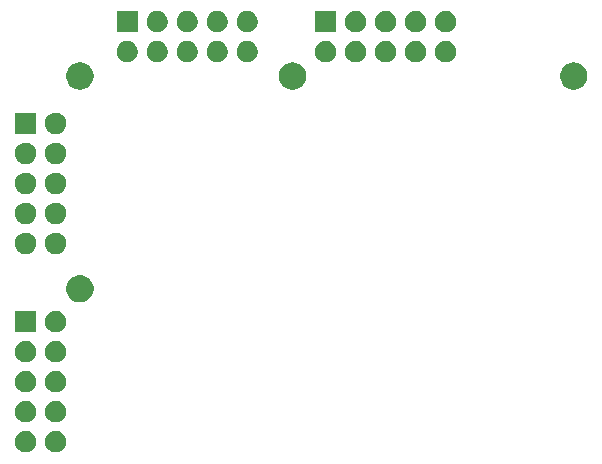
<source format=gbr>
G04 #@! TF.GenerationSoftware,KiCad,Pcbnew,5.1.5-52549c5~84~ubuntu16.04.1*
G04 #@! TF.CreationDate,2020-01-11T14:28:59-08:00*
G04 #@! TF.ProjectId,frame_corners,6672616d-655f-4636-9f72-6e6572732e6b,rev?*
G04 #@! TF.SameCoordinates,Original*
G04 #@! TF.FileFunction,Soldermask,Bot*
G04 #@! TF.FilePolarity,Negative*
%FSLAX46Y46*%
G04 Gerber Fmt 4.6, Leading zero omitted, Abs format (unit mm)*
G04 Created by KiCad (PCBNEW 5.1.5-52549c5~84~ubuntu16.04.1) date 2020-01-11 14:28:59*
%MOMM*%
%LPD*%
G04 APERTURE LIST*
%ADD10C,0.100000*%
G04 APERTURE END LIST*
D10*
G36*
X-398486488Y513936073D02*
G01*
X-398337188Y513906376D01*
X-398173216Y513838456D01*
X-398025646Y513739853D01*
X-397900147Y513614354D01*
X-397801544Y513466784D01*
X-397733624Y513302812D01*
X-397699000Y513128741D01*
X-397699000Y512951259D01*
X-397733624Y512777188D01*
X-397801544Y512613216D01*
X-397900147Y512465646D01*
X-398025646Y512340147D01*
X-398173216Y512241544D01*
X-398337188Y512173624D01*
X-398486488Y512143927D01*
X-398511258Y512139000D01*
X-398688742Y512139000D01*
X-398713512Y512143927D01*
X-398862812Y512173624D01*
X-399026784Y512241544D01*
X-399174354Y512340147D01*
X-399299853Y512465646D01*
X-399398456Y512613216D01*
X-399466376Y512777188D01*
X-399501000Y512951259D01*
X-399501000Y513128741D01*
X-399466376Y513302812D01*
X-399398456Y513466784D01*
X-399299853Y513614354D01*
X-399174354Y513739853D01*
X-399026784Y513838456D01*
X-398862812Y513906376D01*
X-398713512Y513936073D01*
X-398688742Y513941000D01*
X-398511258Y513941000D01*
X-398486488Y513936073D01*
G37*
G36*
X-395946488Y513936073D02*
G01*
X-395797188Y513906376D01*
X-395633216Y513838456D01*
X-395485646Y513739853D01*
X-395360147Y513614354D01*
X-395261544Y513466784D01*
X-395193624Y513302812D01*
X-395159000Y513128741D01*
X-395159000Y512951259D01*
X-395193624Y512777188D01*
X-395261544Y512613216D01*
X-395360147Y512465646D01*
X-395485646Y512340147D01*
X-395633216Y512241544D01*
X-395797188Y512173624D01*
X-395946488Y512143927D01*
X-395971258Y512139000D01*
X-396148742Y512139000D01*
X-396173512Y512143927D01*
X-396322812Y512173624D01*
X-396486784Y512241544D01*
X-396634354Y512340147D01*
X-396759853Y512465646D01*
X-396858456Y512613216D01*
X-396926376Y512777188D01*
X-396961000Y512951259D01*
X-396961000Y513128741D01*
X-396926376Y513302812D01*
X-396858456Y513466784D01*
X-396759853Y513614354D01*
X-396634354Y513739853D01*
X-396486784Y513838456D01*
X-396322812Y513906376D01*
X-396173512Y513936073D01*
X-396148742Y513941000D01*
X-395971258Y513941000D01*
X-395946488Y513936073D01*
G37*
G36*
X-395946488Y516476073D02*
G01*
X-395797188Y516446376D01*
X-395633216Y516378456D01*
X-395485646Y516279853D01*
X-395360147Y516154354D01*
X-395261544Y516006784D01*
X-395193624Y515842812D01*
X-395159000Y515668741D01*
X-395159000Y515491259D01*
X-395193624Y515317188D01*
X-395261544Y515153216D01*
X-395360147Y515005646D01*
X-395485646Y514880147D01*
X-395633216Y514781544D01*
X-395797188Y514713624D01*
X-395946488Y514683927D01*
X-395971258Y514679000D01*
X-396148742Y514679000D01*
X-396173512Y514683927D01*
X-396322812Y514713624D01*
X-396486784Y514781544D01*
X-396634354Y514880147D01*
X-396759853Y515005646D01*
X-396858456Y515153216D01*
X-396926376Y515317188D01*
X-396961000Y515491259D01*
X-396961000Y515668741D01*
X-396926376Y515842812D01*
X-396858456Y516006784D01*
X-396759853Y516154354D01*
X-396634354Y516279853D01*
X-396486784Y516378456D01*
X-396322812Y516446376D01*
X-396173512Y516476073D01*
X-396148742Y516481000D01*
X-395971258Y516481000D01*
X-395946488Y516476073D01*
G37*
G36*
X-398486488Y516476073D02*
G01*
X-398337188Y516446376D01*
X-398173216Y516378456D01*
X-398025646Y516279853D01*
X-397900147Y516154354D01*
X-397801544Y516006784D01*
X-397733624Y515842812D01*
X-397699000Y515668741D01*
X-397699000Y515491259D01*
X-397733624Y515317188D01*
X-397801544Y515153216D01*
X-397900147Y515005646D01*
X-398025646Y514880147D01*
X-398173216Y514781544D01*
X-398337188Y514713624D01*
X-398486488Y514683927D01*
X-398511258Y514679000D01*
X-398688742Y514679000D01*
X-398713512Y514683927D01*
X-398862812Y514713624D01*
X-399026784Y514781544D01*
X-399174354Y514880147D01*
X-399299853Y515005646D01*
X-399398456Y515153216D01*
X-399466376Y515317188D01*
X-399501000Y515491259D01*
X-399501000Y515668741D01*
X-399466376Y515842812D01*
X-399398456Y516006784D01*
X-399299853Y516154354D01*
X-399174354Y516279853D01*
X-399026784Y516378456D01*
X-398862812Y516446376D01*
X-398713512Y516476073D01*
X-398688742Y516481000D01*
X-398511258Y516481000D01*
X-398486488Y516476073D01*
G37*
G36*
X-395946488Y519016073D02*
G01*
X-395797188Y518986376D01*
X-395633216Y518918456D01*
X-395485646Y518819853D01*
X-395360147Y518694354D01*
X-395261544Y518546784D01*
X-395193624Y518382812D01*
X-395159000Y518208741D01*
X-395159000Y518031259D01*
X-395193624Y517857188D01*
X-395261544Y517693216D01*
X-395360147Y517545646D01*
X-395485646Y517420147D01*
X-395633216Y517321544D01*
X-395797188Y517253624D01*
X-395946488Y517223927D01*
X-395971258Y517219000D01*
X-396148742Y517219000D01*
X-396173512Y517223927D01*
X-396322812Y517253624D01*
X-396486784Y517321544D01*
X-396634354Y517420147D01*
X-396759853Y517545646D01*
X-396858456Y517693216D01*
X-396926376Y517857188D01*
X-396961000Y518031259D01*
X-396961000Y518208741D01*
X-396926376Y518382812D01*
X-396858456Y518546784D01*
X-396759853Y518694354D01*
X-396634354Y518819853D01*
X-396486784Y518918456D01*
X-396322812Y518986376D01*
X-396173512Y519016073D01*
X-396148742Y519021000D01*
X-395971258Y519021000D01*
X-395946488Y519016073D01*
G37*
G36*
X-398486488Y519016073D02*
G01*
X-398337188Y518986376D01*
X-398173216Y518918456D01*
X-398025646Y518819853D01*
X-397900147Y518694354D01*
X-397801544Y518546784D01*
X-397733624Y518382812D01*
X-397699000Y518208741D01*
X-397699000Y518031259D01*
X-397733624Y517857188D01*
X-397801544Y517693216D01*
X-397900147Y517545646D01*
X-398025646Y517420147D01*
X-398173216Y517321544D01*
X-398337188Y517253624D01*
X-398486488Y517223927D01*
X-398511258Y517219000D01*
X-398688742Y517219000D01*
X-398713512Y517223927D01*
X-398862812Y517253624D01*
X-399026784Y517321544D01*
X-399174354Y517420147D01*
X-399299853Y517545646D01*
X-399398456Y517693216D01*
X-399466376Y517857188D01*
X-399501000Y518031259D01*
X-399501000Y518208741D01*
X-399466376Y518382812D01*
X-399398456Y518546784D01*
X-399299853Y518694354D01*
X-399174354Y518819853D01*
X-399026784Y518918456D01*
X-398862812Y518986376D01*
X-398713512Y519016073D01*
X-398688742Y519021000D01*
X-398511258Y519021000D01*
X-398486488Y519016073D01*
G37*
G36*
X-398486488Y521556073D02*
G01*
X-398337188Y521526376D01*
X-398173216Y521458456D01*
X-398025646Y521359853D01*
X-397900147Y521234354D01*
X-397801544Y521086784D01*
X-397733624Y520922812D01*
X-397699000Y520748741D01*
X-397699000Y520571259D01*
X-397733624Y520397188D01*
X-397801544Y520233216D01*
X-397900147Y520085646D01*
X-398025646Y519960147D01*
X-398173216Y519861544D01*
X-398337188Y519793624D01*
X-398486488Y519763927D01*
X-398511258Y519759000D01*
X-398688742Y519759000D01*
X-398713512Y519763927D01*
X-398862812Y519793624D01*
X-399026784Y519861544D01*
X-399174354Y519960147D01*
X-399299853Y520085646D01*
X-399398456Y520233216D01*
X-399466376Y520397188D01*
X-399501000Y520571259D01*
X-399501000Y520748741D01*
X-399466376Y520922812D01*
X-399398456Y521086784D01*
X-399299853Y521234354D01*
X-399174354Y521359853D01*
X-399026784Y521458456D01*
X-398862812Y521526376D01*
X-398713512Y521556073D01*
X-398688742Y521561000D01*
X-398511258Y521561000D01*
X-398486488Y521556073D01*
G37*
G36*
X-395946488Y521556073D02*
G01*
X-395797188Y521526376D01*
X-395633216Y521458456D01*
X-395485646Y521359853D01*
X-395360147Y521234354D01*
X-395261544Y521086784D01*
X-395193624Y520922812D01*
X-395159000Y520748741D01*
X-395159000Y520571259D01*
X-395193624Y520397188D01*
X-395261544Y520233216D01*
X-395360147Y520085646D01*
X-395485646Y519960147D01*
X-395633216Y519861544D01*
X-395797188Y519793624D01*
X-395946488Y519763927D01*
X-395971258Y519759000D01*
X-396148742Y519759000D01*
X-396173512Y519763927D01*
X-396322812Y519793624D01*
X-396486784Y519861544D01*
X-396634354Y519960147D01*
X-396759853Y520085646D01*
X-396858456Y520233216D01*
X-396926376Y520397188D01*
X-396961000Y520571259D01*
X-396961000Y520748741D01*
X-396926376Y520922812D01*
X-396858456Y521086784D01*
X-396759853Y521234354D01*
X-396634354Y521359853D01*
X-396486784Y521458456D01*
X-396322812Y521526376D01*
X-396173512Y521556073D01*
X-396148742Y521561000D01*
X-395971258Y521561000D01*
X-395946488Y521556073D01*
G37*
G36*
X-397699000Y522299000D02*
G01*
X-399501000Y522299000D01*
X-399501000Y524101000D01*
X-397699000Y524101000D01*
X-397699000Y522299000D01*
G37*
G36*
X-395946488Y524096073D02*
G01*
X-395797188Y524066376D01*
X-395633216Y523998456D01*
X-395485646Y523899853D01*
X-395360147Y523774354D01*
X-395261544Y523626784D01*
X-395193624Y523462812D01*
X-395159000Y523288741D01*
X-395159000Y523111259D01*
X-395193624Y522937188D01*
X-395261544Y522773216D01*
X-395360147Y522625646D01*
X-395485646Y522500147D01*
X-395633216Y522401544D01*
X-395797188Y522333624D01*
X-395946488Y522303927D01*
X-395971258Y522299000D01*
X-396148742Y522299000D01*
X-396173512Y522303927D01*
X-396322812Y522333624D01*
X-396486784Y522401544D01*
X-396634354Y522500147D01*
X-396759853Y522625646D01*
X-396858456Y522773216D01*
X-396926376Y522937188D01*
X-396961000Y523111259D01*
X-396961000Y523288741D01*
X-396926376Y523462812D01*
X-396858456Y523626784D01*
X-396759853Y523774354D01*
X-396634354Y523899853D01*
X-396486784Y523998456D01*
X-396322812Y524066376D01*
X-396173512Y524096073D01*
X-396148742Y524101000D01*
X-395971258Y524101000D01*
X-395946488Y524096073D01*
G37*
G36*
X-393775451Y527128884D02*
G01*
X-393664266Y527106768D01*
X-393454797Y527020003D01*
X-393266280Y526894040D01*
X-393105960Y526733720D01*
X-392979997Y526545203D01*
X-392893232Y526335734D01*
X-392849000Y526113364D01*
X-392849000Y525886636D01*
X-392893232Y525664266D01*
X-392979997Y525454797D01*
X-393105960Y525266280D01*
X-393266280Y525105960D01*
X-393454797Y524979997D01*
X-393664266Y524893232D01*
X-393775451Y524871116D01*
X-393886635Y524849000D01*
X-394113365Y524849000D01*
X-394224549Y524871116D01*
X-394335734Y524893232D01*
X-394545203Y524979997D01*
X-394733720Y525105960D01*
X-394894040Y525266280D01*
X-395020003Y525454797D01*
X-395106768Y525664266D01*
X-395151000Y525886636D01*
X-395151000Y526113364D01*
X-395106768Y526335734D01*
X-395020003Y526545203D01*
X-394894040Y526733720D01*
X-394733720Y526894040D01*
X-394545203Y527020003D01*
X-394335734Y527106768D01*
X-394224549Y527128884D01*
X-394113365Y527151000D01*
X-393886635Y527151000D01*
X-393775451Y527128884D01*
G37*
G36*
X-398486488Y530736073D02*
G01*
X-398337188Y530706376D01*
X-398173216Y530638456D01*
X-398025646Y530539853D01*
X-397900147Y530414354D01*
X-397801544Y530266784D01*
X-397733624Y530102812D01*
X-397699000Y529928741D01*
X-397699000Y529751259D01*
X-397733624Y529577188D01*
X-397801544Y529413216D01*
X-397900147Y529265646D01*
X-398025646Y529140147D01*
X-398173216Y529041544D01*
X-398337188Y528973624D01*
X-398486488Y528943927D01*
X-398511258Y528939000D01*
X-398688742Y528939000D01*
X-398713512Y528943927D01*
X-398862812Y528973624D01*
X-399026784Y529041544D01*
X-399174354Y529140147D01*
X-399299853Y529265646D01*
X-399398456Y529413216D01*
X-399466376Y529577188D01*
X-399501000Y529751259D01*
X-399501000Y529928741D01*
X-399466376Y530102812D01*
X-399398456Y530266784D01*
X-399299853Y530414354D01*
X-399174354Y530539853D01*
X-399026784Y530638456D01*
X-398862812Y530706376D01*
X-398713512Y530736073D01*
X-398688742Y530741000D01*
X-398511258Y530741000D01*
X-398486488Y530736073D01*
G37*
G36*
X-395946488Y530736073D02*
G01*
X-395797188Y530706376D01*
X-395633216Y530638456D01*
X-395485646Y530539853D01*
X-395360147Y530414354D01*
X-395261544Y530266784D01*
X-395193624Y530102812D01*
X-395159000Y529928741D01*
X-395159000Y529751259D01*
X-395193624Y529577188D01*
X-395261544Y529413216D01*
X-395360147Y529265646D01*
X-395485646Y529140147D01*
X-395633216Y529041544D01*
X-395797188Y528973624D01*
X-395946488Y528943927D01*
X-395971258Y528939000D01*
X-396148742Y528939000D01*
X-396173512Y528943927D01*
X-396322812Y528973624D01*
X-396486784Y529041544D01*
X-396634354Y529140147D01*
X-396759853Y529265646D01*
X-396858456Y529413216D01*
X-396926376Y529577188D01*
X-396961000Y529751259D01*
X-396961000Y529928741D01*
X-396926376Y530102812D01*
X-396858456Y530266784D01*
X-396759853Y530414354D01*
X-396634354Y530539853D01*
X-396486784Y530638456D01*
X-396322812Y530706376D01*
X-396173512Y530736073D01*
X-396148742Y530741000D01*
X-395971258Y530741000D01*
X-395946488Y530736073D01*
G37*
G36*
X-398486488Y533276073D02*
G01*
X-398337188Y533246376D01*
X-398173216Y533178456D01*
X-398025646Y533079853D01*
X-397900147Y532954354D01*
X-397801544Y532806784D01*
X-397733624Y532642812D01*
X-397699000Y532468741D01*
X-397699000Y532291259D01*
X-397733624Y532117188D01*
X-397801544Y531953216D01*
X-397900147Y531805646D01*
X-398025646Y531680147D01*
X-398173216Y531581544D01*
X-398337188Y531513624D01*
X-398486488Y531483927D01*
X-398511258Y531479000D01*
X-398688742Y531479000D01*
X-398713512Y531483927D01*
X-398862812Y531513624D01*
X-399026784Y531581544D01*
X-399174354Y531680147D01*
X-399299853Y531805646D01*
X-399398456Y531953216D01*
X-399466376Y532117188D01*
X-399501000Y532291259D01*
X-399501000Y532468741D01*
X-399466376Y532642812D01*
X-399398456Y532806784D01*
X-399299853Y532954354D01*
X-399174354Y533079853D01*
X-399026784Y533178456D01*
X-398862812Y533246376D01*
X-398713512Y533276073D01*
X-398688742Y533281000D01*
X-398511258Y533281000D01*
X-398486488Y533276073D01*
G37*
G36*
X-395946488Y533276073D02*
G01*
X-395797188Y533246376D01*
X-395633216Y533178456D01*
X-395485646Y533079853D01*
X-395360147Y532954354D01*
X-395261544Y532806784D01*
X-395193624Y532642812D01*
X-395159000Y532468741D01*
X-395159000Y532291259D01*
X-395193624Y532117188D01*
X-395261544Y531953216D01*
X-395360147Y531805646D01*
X-395485646Y531680147D01*
X-395633216Y531581544D01*
X-395797188Y531513624D01*
X-395946488Y531483927D01*
X-395971258Y531479000D01*
X-396148742Y531479000D01*
X-396173512Y531483927D01*
X-396322812Y531513624D01*
X-396486784Y531581544D01*
X-396634354Y531680147D01*
X-396759853Y531805646D01*
X-396858456Y531953216D01*
X-396926376Y532117188D01*
X-396961000Y532291259D01*
X-396961000Y532468741D01*
X-396926376Y532642812D01*
X-396858456Y532806784D01*
X-396759853Y532954354D01*
X-396634354Y533079853D01*
X-396486784Y533178456D01*
X-396322812Y533246376D01*
X-396173512Y533276073D01*
X-396148742Y533281000D01*
X-395971258Y533281000D01*
X-395946488Y533276073D01*
G37*
G36*
X-398486488Y535816073D02*
G01*
X-398337188Y535786376D01*
X-398173216Y535718456D01*
X-398025646Y535619853D01*
X-397900147Y535494354D01*
X-397801544Y535346784D01*
X-397733624Y535182812D01*
X-397699000Y535008741D01*
X-397699000Y534831259D01*
X-397733624Y534657188D01*
X-397801544Y534493216D01*
X-397900147Y534345646D01*
X-398025646Y534220147D01*
X-398173216Y534121544D01*
X-398337188Y534053624D01*
X-398486488Y534023927D01*
X-398511258Y534019000D01*
X-398688742Y534019000D01*
X-398713512Y534023927D01*
X-398862812Y534053624D01*
X-399026784Y534121544D01*
X-399174354Y534220147D01*
X-399299853Y534345646D01*
X-399398456Y534493216D01*
X-399466376Y534657188D01*
X-399501000Y534831259D01*
X-399501000Y535008741D01*
X-399466376Y535182812D01*
X-399398456Y535346784D01*
X-399299853Y535494354D01*
X-399174354Y535619853D01*
X-399026784Y535718456D01*
X-398862812Y535786376D01*
X-398713512Y535816073D01*
X-398688742Y535821000D01*
X-398511258Y535821000D01*
X-398486488Y535816073D01*
G37*
G36*
X-395946488Y535816073D02*
G01*
X-395797188Y535786376D01*
X-395633216Y535718456D01*
X-395485646Y535619853D01*
X-395360147Y535494354D01*
X-395261544Y535346784D01*
X-395193624Y535182812D01*
X-395159000Y535008741D01*
X-395159000Y534831259D01*
X-395193624Y534657188D01*
X-395261544Y534493216D01*
X-395360147Y534345646D01*
X-395485646Y534220147D01*
X-395633216Y534121544D01*
X-395797188Y534053624D01*
X-395946488Y534023927D01*
X-395971258Y534019000D01*
X-396148742Y534019000D01*
X-396173512Y534023927D01*
X-396322812Y534053624D01*
X-396486784Y534121544D01*
X-396634354Y534220147D01*
X-396759853Y534345646D01*
X-396858456Y534493216D01*
X-396926376Y534657188D01*
X-396961000Y534831259D01*
X-396961000Y535008741D01*
X-396926376Y535182812D01*
X-396858456Y535346784D01*
X-396759853Y535494354D01*
X-396634354Y535619853D01*
X-396486784Y535718456D01*
X-396322812Y535786376D01*
X-396173512Y535816073D01*
X-396148742Y535821000D01*
X-395971258Y535821000D01*
X-395946488Y535816073D01*
G37*
G36*
X-395946488Y538356073D02*
G01*
X-395797188Y538326376D01*
X-395633216Y538258456D01*
X-395485646Y538159853D01*
X-395360147Y538034354D01*
X-395261544Y537886784D01*
X-395193624Y537722812D01*
X-395159000Y537548741D01*
X-395159000Y537371259D01*
X-395193624Y537197188D01*
X-395261544Y537033216D01*
X-395360147Y536885646D01*
X-395485646Y536760147D01*
X-395633216Y536661544D01*
X-395797188Y536593624D01*
X-395946488Y536563927D01*
X-395971258Y536559000D01*
X-396148742Y536559000D01*
X-396173512Y536563927D01*
X-396322812Y536593624D01*
X-396486784Y536661544D01*
X-396634354Y536760147D01*
X-396759853Y536885646D01*
X-396858456Y537033216D01*
X-396926376Y537197188D01*
X-396961000Y537371259D01*
X-396961000Y537548741D01*
X-396926376Y537722812D01*
X-396858456Y537886784D01*
X-396759853Y538034354D01*
X-396634354Y538159853D01*
X-396486784Y538258456D01*
X-396322812Y538326376D01*
X-396173512Y538356073D01*
X-396148742Y538361000D01*
X-395971258Y538361000D01*
X-395946488Y538356073D01*
G37*
G36*
X-398486488Y538356073D02*
G01*
X-398337188Y538326376D01*
X-398173216Y538258456D01*
X-398025646Y538159853D01*
X-397900147Y538034354D01*
X-397801544Y537886784D01*
X-397733624Y537722812D01*
X-397699000Y537548741D01*
X-397699000Y537371259D01*
X-397733624Y537197188D01*
X-397801544Y537033216D01*
X-397900147Y536885646D01*
X-398025646Y536760147D01*
X-398173216Y536661544D01*
X-398337188Y536593624D01*
X-398486488Y536563927D01*
X-398511258Y536559000D01*
X-398688742Y536559000D01*
X-398713512Y536563927D01*
X-398862812Y536593624D01*
X-399026784Y536661544D01*
X-399174354Y536760147D01*
X-399299853Y536885646D01*
X-399398456Y537033216D01*
X-399466376Y537197188D01*
X-399501000Y537371259D01*
X-399501000Y537548741D01*
X-399466376Y537722812D01*
X-399398456Y537886784D01*
X-399299853Y538034354D01*
X-399174354Y538159853D01*
X-399026784Y538258456D01*
X-398862812Y538326376D01*
X-398713512Y538356073D01*
X-398688742Y538361000D01*
X-398511258Y538361000D01*
X-398486488Y538356073D01*
G37*
G36*
X-395946488Y540896073D02*
G01*
X-395797188Y540866376D01*
X-395633216Y540798456D01*
X-395485646Y540699853D01*
X-395360147Y540574354D01*
X-395261544Y540426784D01*
X-395193624Y540262812D01*
X-395159000Y540088741D01*
X-395159000Y539911259D01*
X-395193624Y539737188D01*
X-395261544Y539573216D01*
X-395360147Y539425646D01*
X-395485646Y539300147D01*
X-395633216Y539201544D01*
X-395797188Y539133624D01*
X-395946488Y539103927D01*
X-395971258Y539099000D01*
X-396148742Y539099000D01*
X-396173512Y539103927D01*
X-396322812Y539133624D01*
X-396486784Y539201544D01*
X-396634354Y539300147D01*
X-396759853Y539425646D01*
X-396858456Y539573216D01*
X-396926376Y539737188D01*
X-396961000Y539911259D01*
X-396961000Y540088741D01*
X-396926376Y540262812D01*
X-396858456Y540426784D01*
X-396759853Y540574354D01*
X-396634354Y540699853D01*
X-396486784Y540798456D01*
X-396322812Y540866376D01*
X-396173512Y540896073D01*
X-396148742Y540901000D01*
X-395971258Y540901000D01*
X-395946488Y540896073D01*
G37*
G36*
X-397699000Y539099000D02*
G01*
X-399501000Y539099000D01*
X-399501000Y540901000D01*
X-397699000Y540901000D01*
X-397699000Y539099000D01*
G37*
G36*
X-351975451Y545128884D02*
G01*
X-351864266Y545106768D01*
X-351654797Y545020003D01*
X-351466280Y544894040D01*
X-351305960Y544733720D01*
X-351179997Y544545203D01*
X-351093232Y544335734D01*
X-351049000Y544113364D01*
X-351049000Y543886636D01*
X-351093232Y543664266D01*
X-351179997Y543454797D01*
X-351305960Y543266280D01*
X-351466280Y543105960D01*
X-351654797Y542979997D01*
X-351864266Y542893232D01*
X-351975451Y542871116D01*
X-352086635Y542849000D01*
X-352313365Y542849000D01*
X-352424549Y542871116D01*
X-352535734Y542893232D01*
X-352745203Y542979997D01*
X-352933720Y543105960D01*
X-353094040Y543266280D01*
X-353220003Y543454797D01*
X-353306768Y543664266D01*
X-353351000Y543886636D01*
X-353351000Y544113364D01*
X-353306768Y544335734D01*
X-353220003Y544545203D01*
X-353094040Y544733720D01*
X-352933720Y544894040D01*
X-352745203Y545020003D01*
X-352535734Y545106768D01*
X-352424549Y545128884D01*
X-352313365Y545151000D01*
X-352086635Y545151000D01*
X-351975451Y545128884D01*
G37*
G36*
X-393775451Y545128884D02*
G01*
X-393664266Y545106768D01*
X-393454797Y545020003D01*
X-393266280Y544894040D01*
X-393105960Y544733720D01*
X-392979997Y544545203D01*
X-392893232Y544335734D01*
X-392849000Y544113364D01*
X-392849000Y543886636D01*
X-392893232Y543664266D01*
X-392979997Y543454797D01*
X-393105960Y543266280D01*
X-393266280Y543105960D01*
X-393454797Y542979997D01*
X-393664266Y542893232D01*
X-393775451Y542871116D01*
X-393886635Y542849000D01*
X-394113365Y542849000D01*
X-394224549Y542871116D01*
X-394335734Y542893232D01*
X-394545203Y542979997D01*
X-394733720Y543105960D01*
X-394894040Y543266280D01*
X-395020003Y543454797D01*
X-395106768Y543664266D01*
X-395151000Y543886636D01*
X-395151000Y544113364D01*
X-395106768Y544335734D01*
X-395020003Y544545203D01*
X-394894040Y544733720D01*
X-394733720Y544894040D01*
X-394545203Y545020003D01*
X-394335734Y545106768D01*
X-394224549Y545128884D01*
X-394113365Y545151000D01*
X-393886635Y545151000D01*
X-393775451Y545128884D01*
G37*
G36*
X-375775451Y545128884D02*
G01*
X-375664266Y545106768D01*
X-375454797Y545020003D01*
X-375266280Y544894040D01*
X-375105960Y544733720D01*
X-374979997Y544545203D01*
X-374893232Y544335734D01*
X-374849000Y544113364D01*
X-374849000Y543886636D01*
X-374893232Y543664266D01*
X-374979997Y543454797D01*
X-375105960Y543266280D01*
X-375266280Y543105960D01*
X-375454797Y542979997D01*
X-375664266Y542893232D01*
X-375775451Y542871116D01*
X-375886635Y542849000D01*
X-376113365Y542849000D01*
X-376224549Y542871116D01*
X-376335734Y542893232D01*
X-376545203Y542979997D01*
X-376733720Y543105960D01*
X-376894040Y543266280D01*
X-377020003Y543454797D01*
X-377106768Y543664266D01*
X-377151000Y543886636D01*
X-377151000Y544113364D01*
X-377106768Y544335734D01*
X-377020003Y544545203D01*
X-376894040Y544733720D01*
X-376733720Y544894040D01*
X-376545203Y545020003D01*
X-376335734Y545106768D01*
X-376224549Y545128884D01*
X-376113365Y545151000D01*
X-375886635Y545151000D01*
X-375775451Y545128884D01*
G37*
G36*
X-379726488Y546956073D02*
G01*
X-379577188Y546926376D01*
X-379413216Y546858456D01*
X-379265646Y546759853D01*
X-379140147Y546634354D01*
X-379041544Y546486784D01*
X-378973624Y546322812D01*
X-378939000Y546148741D01*
X-378939000Y545971259D01*
X-378973624Y545797188D01*
X-379041544Y545633216D01*
X-379140147Y545485646D01*
X-379265646Y545360147D01*
X-379413216Y545261544D01*
X-379577188Y545193624D01*
X-379726488Y545163927D01*
X-379751258Y545159000D01*
X-379928742Y545159000D01*
X-379953512Y545163927D01*
X-380102812Y545193624D01*
X-380266784Y545261544D01*
X-380414354Y545360147D01*
X-380539853Y545485646D01*
X-380638456Y545633216D01*
X-380706376Y545797188D01*
X-380741000Y545971259D01*
X-380741000Y546148741D01*
X-380706376Y546322812D01*
X-380638456Y546486784D01*
X-380539853Y546634354D01*
X-380414354Y546759853D01*
X-380266784Y546858456D01*
X-380102812Y546926376D01*
X-379953512Y546956073D01*
X-379928742Y546961000D01*
X-379751258Y546961000D01*
X-379726488Y546956073D01*
G37*
G36*
X-389886488Y546956073D02*
G01*
X-389737188Y546926376D01*
X-389573216Y546858456D01*
X-389425646Y546759853D01*
X-389300147Y546634354D01*
X-389201544Y546486784D01*
X-389133624Y546322812D01*
X-389099000Y546148741D01*
X-389099000Y545971259D01*
X-389133624Y545797188D01*
X-389201544Y545633216D01*
X-389300147Y545485646D01*
X-389425646Y545360147D01*
X-389573216Y545261544D01*
X-389737188Y545193624D01*
X-389886488Y545163927D01*
X-389911258Y545159000D01*
X-390088742Y545159000D01*
X-390113512Y545163927D01*
X-390262812Y545193624D01*
X-390426784Y545261544D01*
X-390574354Y545360147D01*
X-390699853Y545485646D01*
X-390798456Y545633216D01*
X-390866376Y545797188D01*
X-390901000Y545971259D01*
X-390901000Y546148741D01*
X-390866376Y546322812D01*
X-390798456Y546486784D01*
X-390699853Y546634354D01*
X-390574354Y546759853D01*
X-390426784Y546858456D01*
X-390262812Y546926376D01*
X-390113512Y546956073D01*
X-390088742Y546961000D01*
X-389911258Y546961000D01*
X-389886488Y546956073D01*
G37*
G36*
X-387346488Y546956073D02*
G01*
X-387197188Y546926376D01*
X-387033216Y546858456D01*
X-386885646Y546759853D01*
X-386760147Y546634354D01*
X-386661544Y546486784D01*
X-386593624Y546322812D01*
X-386559000Y546148741D01*
X-386559000Y545971259D01*
X-386593624Y545797188D01*
X-386661544Y545633216D01*
X-386760147Y545485646D01*
X-386885646Y545360147D01*
X-387033216Y545261544D01*
X-387197188Y545193624D01*
X-387346488Y545163927D01*
X-387371258Y545159000D01*
X-387548742Y545159000D01*
X-387573512Y545163927D01*
X-387722812Y545193624D01*
X-387886784Y545261544D01*
X-388034354Y545360147D01*
X-388159853Y545485646D01*
X-388258456Y545633216D01*
X-388326376Y545797188D01*
X-388361000Y545971259D01*
X-388361000Y546148741D01*
X-388326376Y546322812D01*
X-388258456Y546486784D01*
X-388159853Y546634354D01*
X-388034354Y546759853D01*
X-387886784Y546858456D01*
X-387722812Y546926376D01*
X-387573512Y546956073D01*
X-387548742Y546961000D01*
X-387371258Y546961000D01*
X-387346488Y546956073D01*
G37*
G36*
X-373086488Y546956073D02*
G01*
X-372937188Y546926376D01*
X-372773216Y546858456D01*
X-372625646Y546759853D01*
X-372500147Y546634354D01*
X-372401544Y546486784D01*
X-372333624Y546322812D01*
X-372299000Y546148741D01*
X-372299000Y545971259D01*
X-372333624Y545797188D01*
X-372401544Y545633216D01*
X-372500147Y545485646D01*
X-372625646Y545360147D01*
X-372773216Y545261544D01*
X-372937188Y545193624D01*
X-373086488Y545163927D01*
X-373111258Y545159000D01*
X-373288742Y545159000D01*
X-373313512Y545163927D01*
X-373462812Y545193624D01*
X-373626784Y545261544D01*
X-373774354Y545360147D01*
X-373899853Y545485646D01*
X-373998456Y545633216D01*
X-374066376Y545797188D01*
X-374101000Y545971259D01*
X-374101000Y546148741D01*
X-374066376Y546322812D01*
X-373998456Y546486784D01*
X-373899853Y546634354D01*
X-373774354Y546759853D01*
X-373626784Y546858456D01*
X-373462812Y546926376D01*
X-373313512Y546956073D01*
X-373288742Y546961000D01*
X-373111258Y546961000D01*
X-373086488Y546956073D01*
G37*
G36*
X-368006488Y546956073D02*
G01*
X-367857188Y546926376D01*
X-367693216Y546858456D01*
X-367545646Y546759853D01*
X-367420147Y546634354D01*
X-367321544Y546486784D01*
X-367253624Y546322812D01*
X-367219000Y546148741D01*
X-367219000Y545971259D01*
X-367253624Y545797188D01*
X-367321544Y545633216D01*
X-367420147Y545485646D01*
X-367545646Y545360147D01*
X-367693216Y545261544D01*
X-367857188Y545193624D01*
X-368006488Y545163927D01*
X-368031258Y545159000D01*
X-368208742Y545159000D01*
X-368233512Y545163927D01*
X-368382812Y545193624D01*
X-368546784Y545261544D01*
X-368694354Y545360147D01*
X-368819853Y545485646D01*
X-368918456Y545633216D01*
X-368986376Y545797188D01*
X-369021000Y545971259D01*
X-369021000Y546148741D01*
X-368986376Y546322812D01*
X-368918456Y546486784D01*
X-368819853Y546634354D01*
X-368694354Y546759853D01*
X-368546784Y546858456D01*
X-368382812Y546926376D01*
X-368233512Y546956073D01*
X-368208742Y546961000D01*
X-368031258Y546961000D01*
X-368006488Y546956073D01*
G37*
G36*
X-365466488Y546956073D02*
G01*
X-365317188Y546926376D01*
X-365153216Y546858456D01*
X-365005646Y546759853D01*
X-364880147Y546634354D01*
X-364781544Y546486784D01*
X-364713624Y546322812D01*
X-364679000Y546148741D01*
X-364679000Y545971259D01*
X-364713624Y545797188D01*
X-364781544Y545633216D01*
X-364880147Y545485646D01*
X-365005646Y545360147D01*
X-365153216Y545261544D01*
X-365317188Y545193624D01*
X-365466488Y545163927D01*
X-365491258Y545159000D01*
X-365668742Y545159000D01*
X-365693512Y545163927D01*
X-365842812Y545193624D01*
X-366006784Y545261544D01*
X-366154354Y545360147D01*
X-366279853Y545485646D01*
X-366378456Y545633216D01*
X-366446376Y545797188D01*
X-366481000Y545971259D01*
X-366481000Y546148741D01*
X-366446376Y546322812D01*
X-366378456Y546486784D01*
X-366279853Y546634354D01*
X-366154354Y546759853D01*
X-366006784Y546858456D01*
X-365842812Y546926376D01*
X-365693512Y546956073D01*
X-365668742Y546961000D01*
X-365491258Y546961000D01*
X-365466488Y546956073D01*
G37*
G36*
X-362926488Y546956073D02*
G01*
X-362777188Y546926376D01*
X-362613216Y546858456D01*
X-362465646Y546759853D01*
X-362340147Y546634354D01*
X-362241544Y546486784D01*
X-362173624Y546322812D01*
X-362139000Y546148741D01*
X-362139000Y545971259D01*
X-362173624Y545797188D01*
X-362241544Y545633216D01*
X-362340147Y545485646D01*
X-362465646Y545360147D01*
X-362613216Y545261544D01*
X-362777188Y545193624D01*
X-362926488Y545163927D01*
X-362951258Y545159000D01*
X-363128742Y545159000D01*
X-363153512Y545163927D01*
X-363302812Y545193624D01*
X-363466784Y545261544D01*
X-363614354Y545360147D01*
X-363739853Y545485646D01*
X-363838456Y545633216D01*
X-363906376Y545797188D01*
X-363941000Y545971259D01*
X-363941000Y546148741D01*
X-363906376Y546322812D01*
X-363838456Y546486784D01*
X-363739853Y546634354D01*
X-363614354Y546759853D01*
X-363466784Y546858456D01*
X-363302812Y546926376D01*
X-363153512Y546956073D01*
X-363128742Y546961000D01*
X-362951258Y546961000D01*
X-362926488Y546956073D01*
G37*
G36*
X-384806488Y546956073D02*
G01*
X-384657188Y546926376D01*
X-384493216Y546858456D01*
X-384345646Y546759853D01*
X-384220147Y546634354D01*
X-384121544Y546486784D01*
X-384053624Y546322812D01*
X-384019000Y546148741D01*
X-384019000Y545971259D01*
X-384053624Y545797188D01*
X-384121544Y545633216D01*
X-384220147Y545485646D01*
X-384345646Y545360147D01*
X-384493216Y545261544D01*
X-384657188Y545193624D01*
X-384806488Y545163927D01*
X-384831258Y545159000D01*
X-385008742Y545159000D01*
X-385033512Y545163927D01*
X-385182812Y545193624D01*
X-385346784Y545261544D01*
X-385494354Y545360147D01*
X-385619853Y545485646D01*
X-385718456Y545633216D01*
X-385786376Y545797188D01*
X-385821000Y545971259D01*
X-385821000Y546148741D01*
X-385786376Y546322812D01*
X-385718456Y546486784D01*
X-385619853Y546634354D01*
X-385494354Y546759853D01*
X-385346784Y546858456D01*
X-385182812Y546926376D01*
X-385033512Y546956073D01*
X-385008742Y546961000D01*
X-384831258Y546961000D01*
X-384806488Y546956073D01*
G37*
G36*
X-370546488Y546956073D02*
G01*
X-370397188Y546926376D01*
X-370233216Y546858456D01*
X-370085646Y546759853D01*
X-369960147Y546634354D01*
X-369861544Y546486784D01*
X-369793624Y546322812D01*
X-369759000Y546148741D01*
X-369759000Y545971259D01*
X-369793624Y545797188D01*
X-369861544Y545633216D01*
X-369960147Y545485646D01*
X-370085646Y545360147D01*
X-370233216Y545261544D01*
X-370397188Y545193624D01*
X-370546488Y545163927D01*
X-370571258Y545159000D01*
X-370748742Y545159000D01*
X-370773512Y545163927D01*
X-370922812Y545193624D01*
X-371086784Y545261544D01*
X-371234354Y545360147D01*
X-371359853Y545485646D01*
X-371458456Y545633216D01*
X-371526376Y545797188D01*
X-371561000Y545971259D01*
X-371561000Y546148741D01*
X-371526376Y546322812D01*
X-371458456Y546486784D01*
X-371359853Y546634354D01*
X-371234354Y546759853D01*
X-371086784Y546858456D01*
X-370922812Y546926376D01*
X-370773512Y546956073D01*
X-370748742Y546961000D01*
X-370571258Y546961000D01*
X-370546488Y546956073D01*
G37*
G36*
X-382266488Y546956073D02*
G01*
X-382117188Y546926376D01*
X-381953216Y546858456D01*
X-381805646Y546759853D01*
X-381680147Y546634354D01*
X-381581544Y546486784D01*
X-381513624Y546322812D01*
X-381479000Y546148741D01*
X-381479000Y545971259D01*
X-381513624Y545797188D01*
X-381581544Y545633216D01*
X-381680147Y545485646D01*
X-381805646Y545360147D01*
X-381953216Y545261544D01*
X-382117188Y545193624D01*
X-382266488Y545163927D01*
X-382291258Y545159000D01*
X-382468742Y545159000D01*
X-382493512Y545163927D01*
X-382642812Y545193624D01*
X-382806784Y545261544D01*
X-382954354Y545360147D01*
X-383079853Y545485646D01*
X-383178456Y545633216D01*
X-383246376Y545797188D01*
X-383281000Y545971259D01*
X-383281000Y546148741D01*
X-383246376Y546322812D01*
X-383178456Y546486784D01*
X-383079853Y546634354D01*
X-382954354Y546759853D01*
X-382806784Y546858456D01*
X-382642812Y546926376D01*
X-382493512Y546956073D01*
X-382468742Y546961000D01*
X-382291258Y546961000D01*
X-382266488Y546956073D01*
G37*
G36*
X-362926488Y549496073D02*
G01*
X-362777188Y549466376D01*
X-362613216Y549398456D01*
X-362465646Y549299853D01*
X-362340147Y549174354D01*
X-362241544Y549026784D01*
X-362173624Y548862812D01*
X-362139000Y548688741D01*
X-362139000Y548511259D01*
X-362173624Y548337188D01*
X-362241544Y548173216D01*
X-362340147Y548025646D01*
X-362465646Y547900147D01*
X-362613216Y547801544D01*
X-362777188Y547733624D01*
X-362926488Y547703927D01*
X-362951258Y547699000D01*
X-363128742Y547699000D01*
X-363153512Y547703927D01*
X-363302812Y547733624D01*
X-363466784Y547801544D01*
X-363614354Y547900147D01*
X-363739853Y548025646D01*
X-363838456Y548173216D01*
X-363906376Y548337188D01*
X-363941000Y548511259D01*
X-363941000Y548688741D01*
X-363906376Y548862812D01*
X-363838456Y549026784D01*
X-363739853Y549174354D01*
X-363614354Y549299853D01*
X-363466784Y549398456D01*
X-363302812Y549466376D01*
X-363153512Y549496073D01*
X-363128742Y549501000D01*
X-362951258Y549501000D01*
X-362926488Y549496073D01*
G37*
G36*
X-365466488Y549496073D02*
G01*
X-365317188Y549466376D01*
X-365153216Y549398456D01*
X-365005646Y549299853D01*
X-364880147Y549174354D01*
X-364781544Y549026784D01*
X-364713624Y548862812D01*
X-364679000Y548688741D01*
X-364679000Y548511259D01*
X-364713624Y548337188D01*
X-364781544Y548173216D01*
X-364880147Y548025646D01*
X-365005646Y547900147D01*
X-365153216Y547801544D01*
X-365317188Y547733624D01*
X-365466488Y547703927D01*
X-365491258Y547699000D01*
X-365668742Y547699000D01*
X-365693512Y547703927D01*
X-365842812Y547733624D01*
X-366006784Y547801544D01*
X-366154354Y547900147D01*
X-366279853Y548025646D01*
X-366378456Y548173216D01*
X-366446376Y548337188D01*
X-366481000Y548511259D01*
X-366481000Y548688741D01*
X-366446376Y548862812D01*
X-366378456Y549026784D01*
X-366279853Y549174354D01*
X-366154354Y549299853D01*
X-366006784Y549398456D01*
X-365842812Y549466376D01*
X-365693512Y549496073D01*
X-365668742Y549501000D01*
X-365491258Y549501000D01*
X-365466488Y549496073D01*
G37*
G36*
X-368006488Y549496073D02*
G01*
X-367857188Y549466376D01*
X-367693216Y549398456D01*
X-367545646Y549299853D01*
X-367420147Y549174354D01*
X-367321544Y549026784D01*
X-367253624Y548862812D01*
X-367219000Y548688741D01*
X-367219000Y548511259D01*
X-367253624Y548337188D01*
X-367321544Y548173216D01*
X-367420147Y548025646D01*
X-367545646Y547900147D01*
X-367693216Y547801544D01*
X-367857188Y547733624D01*
X-368006488Y547703927D01*
X-368031258Y547699000D01*
X-368208742Y547699000D01*
X-368233512Y547703927D01*
X-368382812Y547733624D01*
X-368546784Y547801544D01*
X-368694354Y547900147D01*
X-368819853Y548025646D01*
X-368918456Y548173216D01*
X-368986376Y548337188D01*
X-369021000Y548511259D01*
X-369021000Y548688741D01*
X-368986376Y548862812D01*
X-368918456Y549026784D01*
X-368819853Y549174354D01*
X-368694354Y549299853D01*
X-368546784Y549398456D01*
X-368382812Y549466376D01*
X-368233512Y549496073D01*
X-368208742Y549501000D01*
X-368031258Y549501000D01*
X-368006488Y549496073D01*
G37*
G36*
X-370546488Y549496073D02*
G01*
X-370397188Y549466376D01*
X-370233216Y549398456D01*
X-370085646Y549299853D01*
X-369960147Y549174354D01*
X-369861544Y549026784D01*
X-369793624Y548862812D01*
X-369759000Y548688741D01*
X-369759000Y548511259D01*
X-369793624Y548337188D01*
X-369861544Y548173216D01*
X-369960147Y548025646D01*
X-370085646Y547900147D01*
X-370233216Y547801544D01*
X-370397188Y547733624D01*
X-370546488Y547703927D01*
X-370571258Y547699000D01*
X-370748742Y547699000D01*
X-370773512Y547703927D01*
X-370922812Y547733624D01*
X-371086784Y547801544D01*
X-371234354Y547900147D01*
X-371359853Y548025646D01*
X-371458456Y548173216D01*
X-371526376Y548337188D01*
X-371561000Y548511259D01*
X-371561000Y548688741D01*
X-371526376Y548862812D01*
X-371458456Y549026784D01*
X-371359853Y549174354D01*
X-371234354Y549299853D01*
X-371086784Y549398456D01*
X-370922812Y549466376D01*
X-370773512Y549496073D01*
X-370748742Y549501000D01*
X-370571258Y549501000D01*
X-370546488Y549496073D01*
G37*
G36*
X-372299000Y547699000D02*
G01*
X-374101000Y547699000D01*
X-374101000Y549501000D01*
X-372299000Y549501000D01*
X-372299000Y547699000D01*
G37*
G36*
X-379726488Y549496073D02*
G01*
X-379577188Y549466376D01*
X-379413216Y549398456D01*
X-379265646Y549299853D01*
X-379140147Y549174354D01*
X-379041544Y549026784D01*
X-378973624Y548862812D01*
X-378939000Y548688741D01*
X-378939000Y548511259D01*
X-378973624Y548337188D01*
X-379041544Y548173216D01*
X-379140147Y548025646D01*
X-379265646Y547900147D01*
X-379413216Y547801544D01*
X-379577188Y547733624D01*
X-379726488Y547703927D01*
X-379751258Y547699000D01*
X-379928742Y547699000D01*
X-379953512Y547703927D01*
X-380102812Y547733624D01*
X-380266784Y547801544D01*
X-380414354Y547900147D01*
X-380539853Y548025646D01*
X-380638456Y548173216D01*
X-380706376Y548337188D01*
X-380741000Y548511259D01*
X-380741000Y548688741D01*
X-380706376Y548862812D01*
X-380638456Y549026784D01*
X-380539853Y549174354D01*
X-380414354Y549299853D01*
X-380266784Y549398456D01*
X-380102812Y549466376D01*
X-379953512Y549496073D01*
X-379928742Y549501000D01*
X-379751258Y549501000D01*
X-379726488Y549496073D01*
G37*
G36*
X-382266488Y549496073D02*
G01*
X-382117188Y549466376D01*
X-381953216Y549398456D01*
X-381805646Y549299853D01*
X-381680147Y549174354D01*
X-381581544Y549026784D01*
X-381513624Y548862812D01*
X-381479000Y548688741D01*
X-381479000Y548511259D01*
X-381513624Y548337188D01*
X-381581544Y548173216D01*
X-381680147Y548025646D01*
X-381805646Y547900147D01*
X-381953216Y547801544D01*
X-382117188Y547733624D01*
X-382266488Y547703927D01*
X-382291258Y547699000D01*
X-382468742Y547699000D01*
X-382493512Y547703927D01*
X-382642812Y547733624D01*
X-382806784Y547801544D01*
X-382954354Y547900147D01*
X-383079853Y548025646D01*
X-383178456Y548173216D01*
X-383246376Y548337188D01*
X-383281000Y548511259D01*
X-383281000Y548688741D01*
X-383246376Y548862812D01*
X-383178456Y549026784D01*
X-383079853Y549174354D01*
X-382954354Y549299853D01*
X-382806784Y549398456D01*
X-382642812Y549466376D01*
X-382493512Y549496073D01*
X-382468742Y549501000D01*
X-382291258Y549501000D01*
X-382266488Y549496073D01*
G37*
G36*
X-384806488Y549496073D02*
G01*
X-384657188Y549466376D01*
X-384493216Y549398456D01*
X-384345646Y549299853D01*
X-384220147Y549174354D01*
X-384121544Y549026784D01*
X-384053624Y548862812D01*
X-384019000Y548688741D01*
X-384019000Y548511259D01*
X-384053624Y548337188D01*
X-384121544Y548173216D01*
X-384220147Y548025646D01*
X-384345646Y547900147D01*
X-384493216Y547801544D01*
X-384657188Y547733624D01*
X-384806488Y547703927D01*
X-384831258Y547699000D01*
X-385008742Y547699000D01*
X-385033512Y547703927D01*
X-385182812Y547733624D01*
X-385346784Y547801544D01*
X-385494354Y547900147D01*
X-385619853Y548025646D01*
X-385718456Y548173216D01*
X-385786376Y548337188D01*
X-385821000Y548511259D01*
X-385821000Y548688741D01*
X-385786376Y548862812D01*
X-385718456Y549026784D01*
X-385619853Y549174354D01*
X-385494354Y549299853D01*
X-385346784Y549398456D01*
X-385182812Y549466376D01*
X-385033512Y549496073D01*
X-385008742Y549501000D01*
X-384831258Y549501000D01*
X-384806488Y549496073D01*
G37*
G36*
X-387346488Y549496073D02*
G01*
X-387197188Y549466376D01*
X-387033216Y549398456D01*
X-386885646Y549299853D01*
X-386760147Y549174354D01*
X-386661544Y549026784D01*
X-386593624Y548862812D01*
X-386559000Y548688741D01*
X-386559000Y548511259D01*
X-386593624Y548337188D01*
X-386661544Y548173216D01*
X-386760147Y548025646D01*
X-386885646Y547900147D01*
X-387033216Y547801544D01*
X-387197188Y547733624D01*
X-387346488Y547703927D01*
X-387371258Y547699000D01*
X-387548742Y547699000D01*
X-387573512Y547703927D01*
X-387722812Y547733624D01*
X-387886784Y547801544D01*
X-388034354Y547900147D01*
X-388159853Y548025646D01*
X-388258456Y548173216D01*
X-388326376Y548337188D01*
X-388361000Y548511259D01*
X-388361000Y548688741D01*
X-388326376Y548862812D01*
X-388258456Y549026784D01*
X-388159853Y549174354D01*
X-388034354Y549299853D01*
X-387886784Y549398456D01*
X-387722812Y549466376D01*
X-387573512Y549496073D01*
X-387548742Y549501000D01*
X-387371258Y549501000D01*
X-387346488Y549496073D01*
G37*
G36*
X-389099000Y547699000D02*
G01*
X-390901000Y547699000D01*
X-390901000Y549501000D01*
X-389099000Y549501000D01*
X-389099000Y547699000D01*
G37*
M02*

</source>
